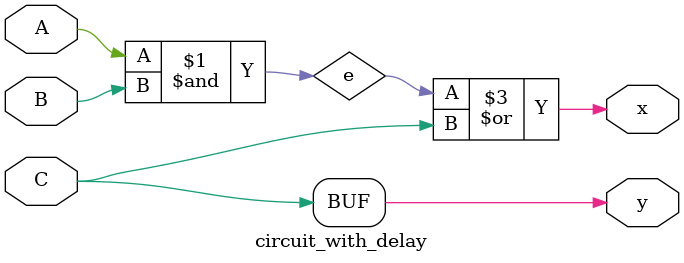
<source format=v>
module stimrct;
    reg A, B, C;
    wire x, y, e;

    // Instantiate the circuit with delay module
    circuit_with_delay cwd (
        A,B,C,x,y
    );
    
// Initial block for test stimulus
    initial begin
        A = 1'b0; B = 1'b0; C = 1'b0;
        $monitor($time, " A=%b, B=%b, C=%b, e=%b, x=%b, y=%b", A, B, C, e, x, y);
        #100 A = 1'b1; B = 1'b1; C = 1'b1;
        #100 $finish;
    end
endmodule

// Module definition for circuit_with_delay
module circuit_with_delay(input A, input B, input C, output x, output y);
    wire e;

    // Internal logic
    // assign #30 e = A & B;      // AND gate with delay
    // assign #10 d2 = B | C;      // OR gate with delay
    // assign #10 x = d1 ^ d2;     // XOR gate with delay
    // assign #10 y = ~d1;         // NOT gate with delay
    // assign #10 e = d1 & d2;     // AND gate with delay
    assign #30 e = A & B;
    assign #10 y = -C;
    assign #20 x = e | y;
endmodule

</source>
